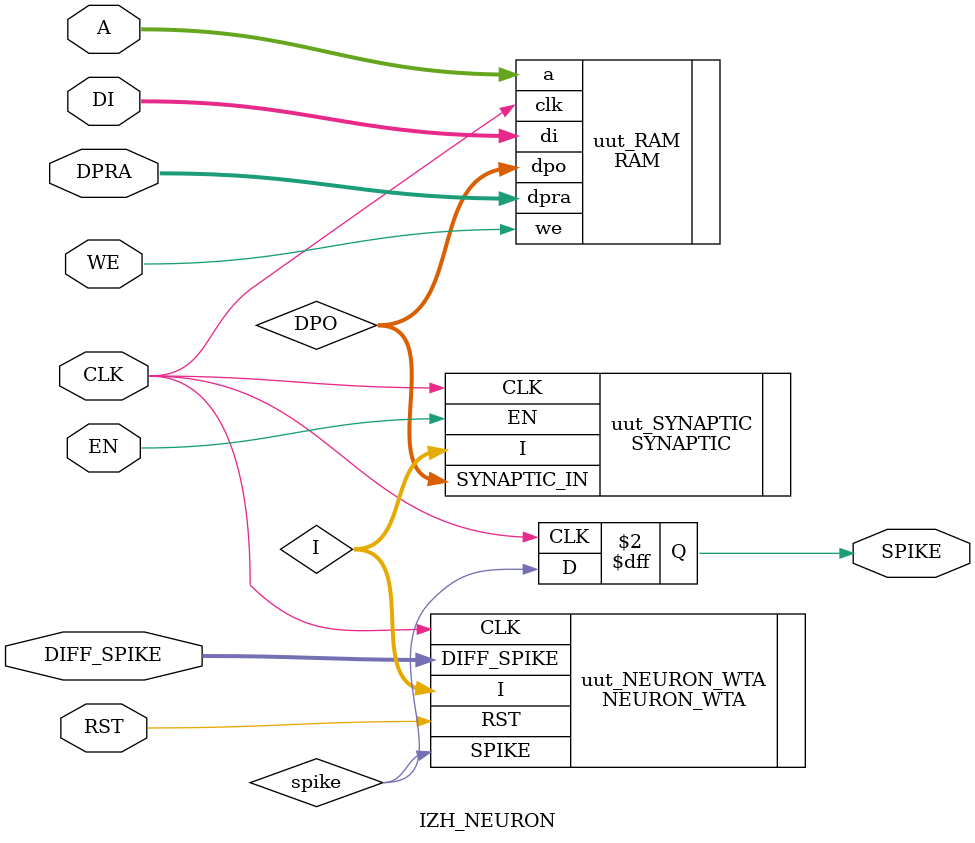
<source format=v>
`timescale 1ns / 1ps
module IZH_NEURON #(
	parameter			NUMBER = 1,
	parameter 			WIDTH = 16,
	parameter 			NEURON_ADR = 4,
	parameter 			WEIGHTS = 8,
	parameter			DIFF_SPIKES = 9
)(
	input						CLK,
	input						RST,
	input						EN,
	input						WE,
	input		[NEURON_ADR:0]	A,
	input		[5:0]			DPRA,
	input		[31:0]			DI,
	input 		[DIFF_SPIKES:0]	DIFF_SPIKE,

	output		reg		SPIKE
);
	
	wire		[31:0]	DPO, I;
	wire				spike;

	// Instance RAM

	RAM #(
		.NUMBER(NUMBER),
		.WIDTH(WIDTH),
		.NEURON_ADR(NEURON_ADR),
		.WEIGHTS(WEIGHTS)
	) uut_RAM (
        .clk(CLK),
        .we(WE),
        .a(A),
        .dpra(DPRA),
        .di(DI),
        .dpo(DPO)
    );

    // Instance Synaptic

    SYNAPTIC uut_SYNAPTIC(
    	.CLK(CLK),
    	.EN(EN),
    	.SYNAPTIC_IN(DPO),
    	.I(I)

    );

    NEURON_WTA #(
    	.DIFF_SPIKES(DIFF_SPIKES)
    )uut_NEURON_WTA(
    	.CLK(CLK),
    	.RST(RST),
    	.I(I),
    	.DIFF_SPIKE(DIFF_SPIKE),
    	.SPIKE(spike)
    );

    always @(posedge CLK) begin
    	SPIKE <= spike;  // Non-blocking assignment
    end

endmodule : IZH_NEURON
</source>
